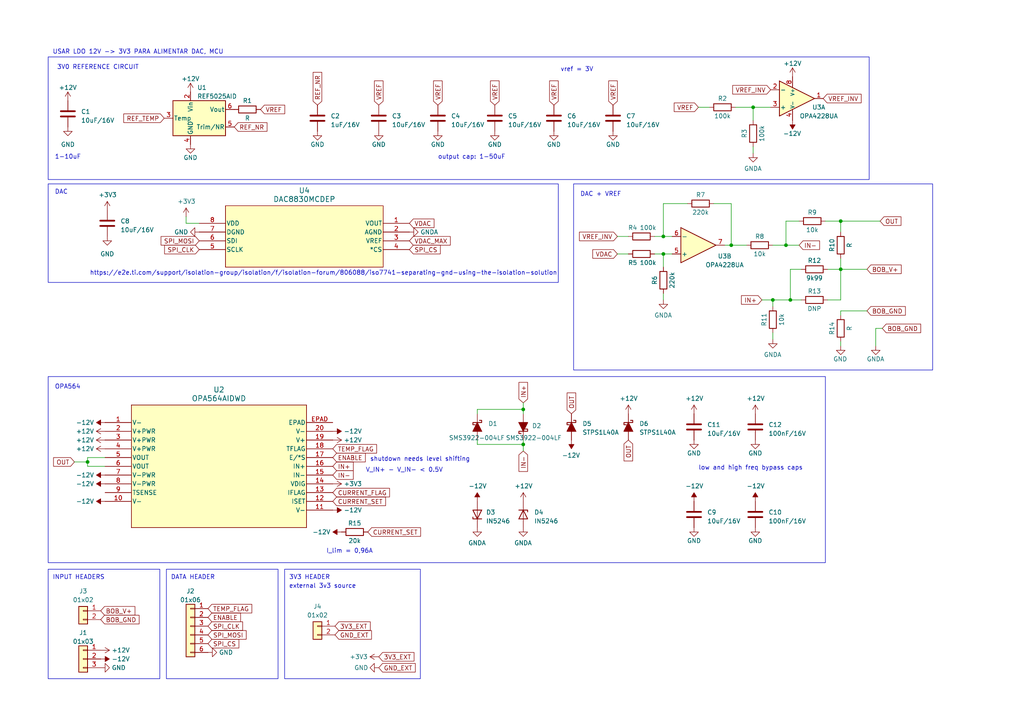
<source format=kicad_sch>
(kicad_sch (version 20230121) (generator eeschema)
  (paper "A4")
  (lib_symbols
    (symbol "00-Project:DAC8830MCDEP" (pin_names (offset 0.254))
      (property "Reference" "U" (at 30.48 10.16 0))
      (property "Value" "DAC8830MCDEP" (at 30.48 7.62 0))
      (symbol "DAC8830MCDEP_0_1"
        (polyline (pts (xy 7.62 -12.7) (xy 53.34 -12.7)) (stroke (width 0.127)))
        (polyline (pts (xy 7.62 5.08) (xy 7.62 -12.7)) (stroke (width 0.127)))
        (polyline (pts (xy 53.34 -12.7) (xy 53.34 5.08)) (stroke (width 0.127)))
        (polyline (pts (xy 53.34 5.08) (xy 7.62 5.08)) (stroke (width 0.127)))
        (pin output line (at 0 0 0) (length 7.62) (name "VOUT") (number "1"))
        (pin power_in line (at 0 -2.54 0) (length 7.62) (name "AGND") (number "2"))
        (pin input line (at 0 -5.08 0) (length 7.62) (name "VREF") (number "3"))
        (pin input line (at 0 -7.62 0) (length 7.62) (name "*CS") (number "4"))
        (pin input line (at 60.96 -7.62 180) (length 7.62) (name "SCLK") (number "5"))
        (pin input line (at 60.96 -5.08 180) (length 7.62) (name "SDI") (number "6"))
        (pin power_in line (at 60.96 -2.54 180) (length 7.62) (name "DGND") (number "7"))
        (pin power_in line (at 60.96 0 180) (length 7.62) (name "VDD") (number "8"))
      )
      (symbol "DAC8830MCDEP_1_1"
        (rectangle (start 7.62 5.08) (end 53.34 -12.7) (fill (type background)))
      )
    )
    (symbol "00-Project:OPA564AIDWD" (pin_names (offset 0.254))
      (property "Reference" "U" (at 33.02 10.16 0))
      (property "Value" "OPA564AIDWD" (at 33.02 7.62 0))
      (symbol "OPA564AIDWD_0_1"
        (polyline (pts (xy 7.62 -30.48) (xy 58.42 -30.48)) (stroke (width 0.127)))
        (polyline (pts (xy 7.62 5.08) (xy 7.62 -30.48)) (stroke (width 0.127)))
        (polyline (pts (xy 58.42 -30.48) (xy 58.42 5.08)) (stroke (width 0.127)))
        (polyline (pts (xy 58.42 5.08) (xy 7.62 5.08)) (stroke (width 0.127)))
        (pin power_in line (at 0 0 0) (length 7.62) (name "V-") (number "1"))
        (pin power_in line (at 0 -22.86 0) (length 7.62) (name "V-") (number "10"))
        (pin power_in line (at 66.04 -25.4 180) (length 7.62) (name "V-") (number "11"))
        (pin unspecified line (at 66.04 -22.86 180) (length 7.62) (name "ISET") (number "12"))
        (pin unspecified line (at 66.04 -20.32 180) (length 7.62) (name "IFLAG") (number "13"))
        (pin unspecified line (at 66.04 -17.78 180) (length 7.62) (name "VDIG") (number "14"))
        (pin input line (at 66.04 -15.24 180) (length 7.62) (name "IN-") (number "15"))
        (pin input line (at 66.04 -12.7 180) (length 7.62) (name "IN+") (number "16"))
        (pin bidirectional line (at 66.04 -10.16 180) (length 7.62) (name "E/*S") (number "17"))
        (pin unspecified line (at 66.04 -7.62 180) (length 7.62) (name "TFLAG") (number "18"))
        (pin power_in line (at 66.04 -5.08 180) (length 7.62) (name "V+") (number "19"))
        (pin power_in line (at 0 -2.54 0) (length 7.62) (name "V+PWR") (number "2"))
        (pin power_in line (at 66.04 -2.54 180) (length 7.62) (name "V-") (number "20"))
        (pin power_in line (at 0 -5.08 0) (length 7.62) (name "V+PWR") (number "3"))
        (pin power_in line (at 0 -7.62 0) (length 7.62) (name "V+PWR") (number "4"))
        (pin output line (at 0 -10.16 0) (length 7.62) (name "VOUT") (number "5"))
        (pin output line (at 0 -12.7 0) (length 7.62) (name "VOUT") (number "6"))
        (pin power_in line (at 0 -15.24 0) (length 7.62) (name "V-PWR") (number "7"))
        (pin power_in line (at 0 -17.78 0) (length 7.62) (name "V-PWR") (number "8"))
        (pin unspecified line (at 0 -20.32 0) (length 7.62) (name "TSENSE") (number "9"))
        (pin unspecified line (at 66.04 0 180) (length 7.62) (name "EPAD") (number "EPAD"))
      )
      (symbol "OPA564AIDWD_1_1"
        (rectangle (start 7.62 5.08) (end 58.42 -30.48) (fill (type background)))
      )
    )
    (symbol "Connector_Generic:Conn_01x02" (pin_names (offset 1.016) hide)
      (property "Reference" "J" (at 0 2.54 0))
      (property "Value" "Conn_01x02" (at 0 -5.08 0))
      (symbol "Conn_01x02_1_1"
        (rectangle (start -1.27 -2.413) (end 0 -2.667) (stroke (width 0.1524)))
        (rectangle (start -1.27 0.127) (end 0 -0.127) (stroke (width 0.1524)))
        (rectangle (start -1.27 1.27) (end 1.27 -3.81) (stroke (width 0.254)) (fill (type background)))
        (pin passive line (at -5.08 0 0) (length 3.81) (name "Pin_1") (number "1"))
        (pin passive line (at -5.08 -2.54 0) (length 3.81) (name "Pin_2") (number "2"))
      )
    )
    (symbol "Connector_Generic:Conn_01x03" (pin_names (offset 1.016) hide)
      (property "Reference" "J" (at 0 5.08 0))
      (property "Value" "Conn_01x03" (at 0 -5.08 0))
      (symbol "Conn_01x03_1_1"
        (rectangle (start -1.27 -2.413) (end 0 -2.667) (stroke (width 0.1524)))
        (rectangle (start -1.27 0.127) (end 0 -0.127) (stroke (width 0.1524)))
        (rectangle (start -1.27 2.667) (end 0 2.413) (stroke (width 0.1524)))
        (rectangle (start -1.27 3.81) (end 1.27 -3.81) (stroke (width 0.254)) (fill (type background)))
        (pin passive line (at -5.08 2.54 0) (length 3.81) (name "Pin_1") (number "1"))
        (pin passive line (at -5.08 0 0) (length 3.81) (name "Pin_2") (number "2"))
        (pin passive line (at -5.08 -2.54 0) (length 3.81) (name "Pin_3") (number "3"))
      )
    )
    (symbol "Connector_Generic:Conn_01x06" (pin_names (offset 1.016) hide)
      (property "Reference" "J" (at 0 7.62 0))
      (property "Value" "Conn_01x06" (at 0 -10.16 0))
      (symbol "Conn_01x06_1_1"
        (rectangle (start -1.27 -7.493) (end 0 -7.747) (stroke (width 0.1524)))
        (rectangle (start -1.27 -4.953) (end 0 -5.207) (stroke (width 0.1524)))
        (rectangle (start -1.27 -2.413) (end 0 -2.667) (stroke (width 0.1524)))
        (rectangle (start -1.27 0.127) (end 0 -0.127) (stroke (width 0.1524)))
        (rectangle (start -1.27 2.667) (end 0 2.413) (stroke (width 0.1524)))
        (rectangle (start -1.27 5.207) (end 0 4.953) (stroke (width 0.1524)))
        (rectangle (start -1.27 6.35) (end 1.27 -8.89) (stroke (width 0.254)) (fill (type background)))
        (pin passive line (at -5.08 5.08 0) (length 3.81) (name "Pin_1") (number "1"))
        (pin passive line (at -5.08 2.54 0) (length 3.81) (name "Pin_2") (number "2"))
        (pin passive line (at -5.08 0 0) (length 3.81) (name "Pin_3") (number "3"))
        (pin passive line (at -5.08 -2.54 0) (length 3.81) (name "Pin_4") (number "4"))
        (pin passive line (at -5.08 -5.08 0) (length 3.81) (name "Pin_5") (number "5"))
        (pin passive line (at -5.08 -7.62 0) (length 3.81) (name "Pin_6") (number "6"))
      )
    )
    (symbol "Device:C" (pin_numbers hide) (pin_names (offset 0.254))
      (property "Reference" "C" (at 0.635 2.54 0))
      (property "Value" "C" (at 0.635 -2.54 0))
      (symbol "C_0_1"
        (polyline (pts (xy -2.032 -0.762) (xy 2.032 -0.762)) (stroke (width 0.508)))
        (polyline (pts (xy -2.032 0.762) (xy 2.032 0.762)) (stroke (width 0.508)))
      )
      (symbol "C_1_1"
        (pin passive line (at 0 3.81 270) (length 2.794) (name "~") (number "1"))
        (pin passive line (at 0 -3.81 90) (length 2.794) (name "~") (number "2"))
      )
    )
    (symbol "Device:D_Zener" (pin_numbers hide) (pin_names (offset 1.016) hide)
      (property "Reference" "D" (at 0 2.54 0))
      (property "Value" "D_Zener" (at 0 -2.54 0))
      (symbol "D_Zener_0_1"
        (polyline (pts (xy 1.27 0) (xy -1.27 0)))
        (polyline (pts (xy -1.27 -1.27) (xy -1.27 1.27) (xy -0.762 1.27)) (stroke (width 0.254)))
        (polyline (pts (xy 1.27 -1.27) (xy 1.27 1.27) (xy -1.27 0) (xy 1.27 -1.27)) (stroke (width 0.254)))
      )
      (symbol "D_Zener_1_1"
        (pin passive line (at -3.81 0 0) (length 2.54) (name "K") (number "1"))
        (pin passive line (at 3.81 0 180) (length 2.54) (name "A") (number "2"))
      )
    )
    (symbol "Device:R" (pin_numbers hide) (pin_names (offset 0))
      (property "Reference" "R" (at 2.032 0 90))
      (property "Value" "R" (at 0 0 90))
      (symbol "R_0_1"
        (rectangle (start -1.016 -2.54) (end 1.016 2.54) (stroke (width 0.254)))
      )
      (symbol "R_1_1"
        (pin passive line (at 0 3.81 270) (length 1.27) (name "~") (number "1"))
        (pin passive line (at 0 -3.81 90) (length 1.27) (name "~") (number "2"))
      )
    )
    (symbol "PCM_4ms_Power-symbol:GNDA" (power) (pin_numbers hide) (pin_names (offset 0) hide)
      (property "Value" "GNDA" (at 0 -3.81 0))
      (symbol "GNDA_0_1"
        (polyline (pts (xy 0 0) (xy 0 -1.27) (xy 1.27 -1.27) (xy 0 -2.54) (xy -1.27 -1.27) (xy 0 -1.27)))
      )
      (symbol "GNDA_1_1"
        (pin power_in line (at 0 0 270) (length 0) hide (name "GNDA") (number "1"))
      )
    )
    (symbol "PCM_Amplifier_Operational_AKL:OPA4228UA" (pin_names (offset 0.2))
      (property "Reference" "U" (at 0 7.62 0))
      (property "Value" "OPA4228UA" (at 0 5.08 0))
      (symbol "OPA4228UA_0_1"
        (polyline (pts (xy -3.81 5.08) (xy -3.81 -5.08) (xy 6.35 0) (xy -3.81 5.08)) (stroke (width 0.254)) (fill (type background)))
      )
      (symbol "OPA4228UA_1_1"
        (pin output line (at 8.89 0 180) (length 2.54) (name "~") (number "1"))
        (pin input line (at -6.35 2.54 0) (length 2.54) (name "-") (number "2"))
        (pin input line (at -6.35 -2.54 0) (length 2.54) (name "+") (number "3"))
        (pin power_in line (at 0 -6.35 90) (length 3.18) (name "V-") (number "4"))
        (pin power_in line (at 0 6.35 270) (length 3.18) (name "V+") (number "8"))
      )
      (symbol "OPA4228UA_2_1"
        (pin input line (at -6.35 -2.54 0) (length 2.54) (name "+") (number "5"))
        (pin input line (at -6.35 2.54 0) (length 2.54) (name "-") (number "6"))
        (pin output line (at 8.89 0 180) (length 2.54) (name "~") (number "7"))
      )
    )
    (symbol "PCM_Diode_Schottky_AKL:SMS390" (pin_numbers hide) (pin_names (offset 1.016) hide)
      (property "Reference" "D" (at 0 5.08 0))
      (property "Value" "SMS390" (at 0 2.54 0))
      (symbol "SMS390_0_1"
        (polyline (pts (xy -1.27 0) (xy 1.27 0)))
        (polyline (pts (xy -1.27 -1.27) (xy -1.27 1.27) (xy 1.27 0) (xy -1.27 -1.27)) (stroke (width 0.254)) (fill (type outline)))
        (polyline (pts (xy 1.905 -0.635) (xy 1.905 -1.27) (xy 1.27 -1.27) (xy 1.27 1.27) (xy 0.635 1.27) (xy 0.635 0.635)) (stroke (width 0.254)))
      )
      (symbol "SMS390_1_1"
        (pin passive line (at 3.81 0 180) (length 2.54) (name "K") (number "1"))
        (pin passive line (at -3.81 0 0) (length 2.54) (name "A") (number "2"))
      )
    )
    (symbol "PCM_Diode_Schottky_AKL:STPS1L40A" (pin_numbers hide) (pin_names (offset 1.016) hide)
      (property "Reference" "D" (at 0 5.08 0))
      (property "Value" "STPS1L40A" (at 0 2.54 0))
      (symbol "STPS1L40A_0_1"
        (polyline (pts (xy -1.27 0) (xy 1.27 0)))
        (polyline (pts (xy -1.27 -1.27) (xy -1.27 1.27) (xy 1.27 0) (xy -1.27 -1.27)) (stroke (width 0.254)) (fill (type outline)))
        (polyline (pts (xy 1.905 -0.635) (xy 1.905 -1.27) (xy 1.27 -1.27) (xy 1.27 1.27) (xy 0.635 1.27) (xy 0.635 0.635)) (stroke (width 0.254)))
      )
      (symbol "STPS1L40A_1_1"
        (pin passive line (at 3.81 0 180) (length 2.54) (name "K") (number "1"))
        (pin passive line (at -3.81 0 0) (length 2.54) (name "A") (number "2"))
      )
    )
    (symbol "Reference_Voltage:REF5025AD" (pin_names (offset 0.254))
      (property "Reference" "U" (at -1.27 8.255 0))
      (property "Value" "REF5025AD" (at -1.27 6.35 0))
      (symbol "REF5025AD_0_1"
        (rectangle (start -7.62 5.08) (end 7.62 -5.08) (stroke (width 0.254)) (fill (type background)))
      )
      (symbol "REF5025AD_1_1"
        (pin no_connect line (at -7.62 2.54 0) (length 2.54) hide (name "DNC") (number "1"))
        (pin power_in line (at -2.54 7.62 270) (length 2.54) (name "Vin") (number "2"))
        (pin passive line (at -10.16 0 0) (length 2.54) (name "Temp") (number "3"))
        (pin power_in line (at -2.54 -7.62 90) (length 2.54) (name "GND") (number "4"))
        (pin passive line (at 10.16 -2.54 180) (length 2.54) (name "Trim/NR") (number "5"))
        (pin power_out line (at 10.16 2.54 180) (length 2.54) (name "Vout") (number "6"))
        (pin no_connect line (at -5.08 -5.08 90) (length 2.54) hide (name "NC") (number "7"))
        (pin no_connect line (at 7.62 0 180) (length 2.54) hide (name "DNC") (number "8"))
      )
    )
    (symbol "power:+12V" (power) (pin_names (offset 0))
      (property "Value" "+12V" (at 0 3.556 0))
      (symbol "+12V_0_1"
        (polyline (pts (xy -0.762 1.27) (xy 0 2.54)))
        (polyline (pts (xy 0 0) (xy 0 2.54)))
        (polyline (pts (xy 0 2.54) (xy 0.762 1.27)))
      )
      (symbol "+12V_1_1"
        (pin power_in line (at 0 0 90) (length 0) hide (name "+12V") (number "1"))
      )
    )
    (symbol "power:+3V3" (power) (pin_names (offset 0))
      (property "Value" "+3V3" (at 0 3.556 0))
      (symbol "+3V3_0_1"
        (polyline (pts (xy -0.762 1.27) (xy 0 2.54)))
        (polyline (pts (xy 0 0) (xy 0 2.54)))
        (polyline (pts (xy 0 2.54) (xy 0.762 1.27)))
      )
      (symbol "+3V3_1_1"
        (pin power_in line (at 0 0 90) (length 0) hide (name "+3V3") (number "1"))
      )
    )
    (symbol "power:-12V" (power) (pin_names (offset 0))
      (property "Value" "-12V" (at 0 3.81 0))
      (symbol "-12V_0_0"
        (pin power_in line (at 0 0 90) (length 0) hide (name "-12V") (number "1"))
      )
      (symbol "-12V_0_1"
        (polyline (pts (xy 0 0) (xy 0 1.27) (xy 0.762 1.27) (xy 0 2.54) (xy -0.762 1.27) (xy 0 1.27)) (fill (type outline)))
      )
    )
    (symbol "power:GND" (power) (pin_names (offset 0))
      (property "Value" "GND" (at 0 -3.81 0))
      (symbol "GND_0_1"
        (polyline (pts (xy 0 0) (xy 0 -1.27) (xy 1.27 -1.27) (xy 0 -2.54) (xy -1.27 -1.27) (xy 0 -1.27)))
      )
      (symbol "GND_1_1"
        (pin power_in line (at 0 0 270) (length 0) hide (name "GND") (number "1"))
      )
    )
  )
  (junction (at 243.84 64.135))
  (junction (at 192.405 73.66))
  (junction (at 218.44 31.115))
  (junction (at 212.09 71.12))
  (junction (at 151.765 118.745))
  (junction (at 25.4 133.985))
  (junction (at 224.155 86.995))
  (junction (at 229.235 86.995))
  (junction (at 151.765 128.905))
  (junction (at 243.84 78.105))
  (junction (at 227.965 71.12))
  (junction (at 192.405 68.58))
  (wire (pts (xy 199.39 59.055) (xy 192.405 59.055)))
  (wire (pts (xy 227.965 71.12) (xy 224.155 71.12)))
  (wire (pts (xy 213.36 31.115) (xy 218.44 31.115)))
  (wire (pts (xy 212.09 71.12) (xy 210.185 71.12)))
  (wire (pts (xy 218.44 34.925) (xy 218.44 31.115)))
  (wire (pts (xy 240.03 78.105) (xy 243.84 78.105)))
  (wire (pts (xy 224.155 96.52) (xy 224.155 98.425)))
  (wire (pts (xy 227.965 71.12) (xy 231.775 71.12)))
  (wire (pts (xy 53.975 64.77) (xy 57.785 64.77)))
  (wire (pts (xy 179.07 68.58) (xy 182.245 68.58)))
  (wire (pts (xy 202.565 31.115) (xy 205.74 31.115)))
  (wire (pts (xy 151.765 118.745) (xy 151.765 120.015)))
  (wire (pts (xy 243.84 100.33) (xy 243.84 99.06)))
  (wire (pts (xy 189.865 68.58) (xy 192.405 68.58)))
  (wire (pts (xy 21.59 133.985) (xy 25.4 133.985)))
  (wire (pts (xy 218.44 31.115) (xy 223.52 31.115)))
  (wire (pts (xy 25.4 133.985) (xy 25.4 132.715)))
  (wire (pts (xy 243.84 64.135) (xy 255.27 64.135)))
  (wire (pts (xy 151.765 130.81) (xy 151.765 128.905)))
  (wire (pts (xy 192.405 68.58) (xy 194.945 68.58)))
  (wire (pts (xy 243.84 78.105) (xy 243.84 86.995)))
  (wire (pts (xy 192.405 77.47) (xy 192.405 73.66)))
  (wire (pts (xy 243.84 67.31) (xy 243.84 64.135)))
  (wire (pts (xy 239.395 64.135) (xy 243.84 64.135)))
  (wire (pts (xy 151.765 128.905) (xy 151.765 127.635)))
  (wire (pts (xy 231.775 64.135) (xy 227.965 64.135)))
  (wire (pts (xy 224.155 86.995) (xy 229.235 86.995)))
  (wire (pts (xy 138.43 128.905) (xy 151.765 128.905)))
  (wire (pts (xy 229.235 78.105) (xy 232.41 78.105)))
  (wire (pts (xy 25.4 135.255) (xy 25.4 133.985)))
  (wire (pts (xy 254 95.25) (xy 254 100.33)))
  (wire (pts (xy 192.405 73.66) (xy 194.945 73.66)))
  (wire (pts (xy 138.43 120.015) (xy 138.43 118.745)))
  (wire (pts (xy 212.09 71.12) (xy 216.535 71.12)))
  (wire (pts (xy 240.03 86.995) (xy 243.84 86.995)))
  (wire (pts (xy 25.4 135.255) (xy 30.48 135.255)))
  (wire (pts (xy 229.235 86.995) (xy 232.41 86.995)))
  (wire (pts (xy 53.975 62.865) (xy 53.975 64.77)))
  (wire (pts (xy 243.84 78.105) (xy 251.46 78.105)))
  (wire (pts (xy 243.84 78.105) (xy 243.84 74.93)))
  (wire (pts (xy 151.765 116.84) (xy 151.765 118.745)))
  (wire (pts (xy 207.01 59.055) (xy 212.09 59.055)))
  (wire (pts (xy 192.405 86.995) (xy 192.405 85.09)))
  (wire (pts (xy 25.4 132.715) (xy 30.48 132.715)))
  (wire (pts (xy 229.235 78.105) (xy 229.235 86.995)))
  (wire (pts (xy 179.07 73.66) (xy 182.245 73.66)))
  (wire (pts (xy 212.09 59.055) (xy 212.09 71.12)))
  (wire (pts (xy 251.46 90.17) (xy 243.84 90.17)))
  (wire (pts (xy 224.155 88.9) (xy 224.155 86.995)))
  (wire (pts (xy 243.84 90.17) (xy 243.84 91.44)))
  (wire (pts (xy 218.44 44.45) (xy 218.44 42.545)))
  (wire (pts (xy 138.43 118.745) (xy 151.765 118.745)))
  (wire (pts (xy 227.965 64.135) (xy 227.965 71.12)))
  (wire (pts (xy 255.905 95.25) (xy 254 95.25)))
  (wire (pts (xy 189.865 73.66) (xy 192.405 73.66)))
  (wire (pts (xy 192.405 59.055) (xy 192.405 68.58)))
  (wire (pts (xy 138.43 127.635) (xy 138.43 128.905)))
  (wire (pts (xy 220.98 86.995) (xy 224.155 86.995)))
  (rectangle (start 13.97 16.51) (end 252.095 52.07))
  (rectangle (start 166.37 53.34) (end 270.51 107.315))
  (rectangle (start 48.26 165.1) (end 80.645 196.85))
  (rectangle (start 13.97 165.1) (end 46.355 196.85))
  (rectangle (start 13.97 53.34) (end 161.925 81.915))
  (rectangle (start 13.97 109.22) (end 239.395 163.195))
  (rectangle (start 82.55 165.1) (end 121.92 196.85))
  (text "shutdown needs level shifting" (at 107.315 133.985 0) (effects (font (size 1.27 1.27)) (justify left bottom)))
  (text "V_IN+ - V_IN- < 0.5V\n" (at 106.045 137.16 0) (effects (font (size 1.27 1.27)) (justify left bottom)))
  (text "3V3 HEADER" (at 83.82 168.275 0) (effects (font (size 1.27 1.27)) (justify left bottom)))
  (text "DAC + VREF" (at 168.275 57.15 0) (effects (font (size 1.27 1.27)) (justify left bottom)))
  (text "1-10uF" (at 15.875 46.355 0) (effects (font (size 1.27 1.27)) (justify left bottom)))
  (text "USAR LDO 12V -> 3V3 PARA ALIMENTAR DAC, MCU" (at 15.24 15.875 0) (effects (font (size 1.27 1.27)) (justify left bottom)))
  (text "INPUT HEADERS" (at 15.24 168.275 0) (effects (font (size 1.27 1.27)) (justify left bottom)))
  (text "OPA564" (at 15.875 113.03 0) (effects (font (size 1.27 1.27)) (justify left bottom)))
  (text "vref = 3V" (at 162.56 20.955 0) (effects (font (size 1.27 1.27)) (justify left bottom)))
  (text "I_lim = 0,96A" (at 94.615 160.655 0) (effects (font (size 1.27 1.27)) (justify left bottom)))
  (text "DAC" (at 15.875 56.515 0) (effects (font (size 1.27 1.27)) (justify left bottom)))
  (text "output cap: 1-50uF" (at 127 46.355 0) (effects (font (size 1.27 1.27)) (justify left bottom)))
  (text "DATA HEADER" (at 49.53 168.275 0) (effects (font (size 1.27 1.27)) (justify left bottom)))
  (text "low and high freq bypass caps" (at 202.565 136.525 0) (effects (font (size 1.27 1.27)) (justify left bottom)))
  (text "external 3v3 source" (at 83.82 170.815 0) (effects (font (size 1.27 1.27)) (justify left bottom)))
  (text "3V0 REFERENCE CIRCUIT" (at 16.51 20.32 0) (effects (font (size 1.27 1.27)) (justify left bottom)))
  (text "https://e2e.ti.com/support/isolation-group/isolation/f/isolation-forum/806088/iso7741-separating-gnd-using-the-isolation-solution" (at 26.035 80.01 0) (effects (font (size 1.27 1.27)) (justify left bottom)))
  (global_label "OUT" (shape input) (at 255.27 64.135 0) (property "Intersheetrefs" "${INTERSHEET_REFS}" (effects hide)))
  (global_label "REF_NR" (shape input) (at 67.945 36.83 0) (property "Intersheetrefs" "${INTERSHEET_REFS}" (effects hide)))
  (global_label "SPI_MOSI" (shape input) (at 57.785 69.85 180) (property "Intersheetrefs" "${INTERSHEET_REFS}" (effects hide)))
  (global_label "REF_TEMP" (shape input) (at 47.625 34.29 180) (property "Intersheetrefs" "${INTERSHEET_REFS}" (effects hide)))
  (global_label "GND_EXT" (shape input) (at 97.155 184.15 0) (property "Intersheetrefs" "${INTERSHEET_REFS}" (effects hide)))
  (global_label "BOB_GND" (shape input) (at 255.905 95.25 0) (property "Intersheetrefs" "${INTERSHEET_REFS}" (effects hide)))
  (global_label "ENABLE" (shape input) (at 96.52 132.715 0) (property "Intersheetrefs" "${INTERSHEET_REFS}" (effects hide)))
  (global_label "REF_NR" (shape input) (at 92.075 30.48 90) (property "Intersheetrefs" "${INTERSHEET_REFS}" (effects hide)))
  (global_label "BOB_V+" (shape input) (at 251.46 78.105 0) (property "Intersheetrefs" "${INTERSHEET_REFS}" (effects hide)))
  (global_label "SPI_CLK" (shape input) (at 60.325 181.61 0) (property "Intersheetrefs" "${INTERSHEET_REFS}" (effects hide)))
  (global_label "CURRENT_SET" (shape input) (at 106.68 154.305 0) (property "Intersheetrefs" "${INTERSHEET_REFS}" (effects hide)))
  (global_label "TEMP_FLAG" (shape input) (at 96.52 130.175 0) (property "Intersheetrefs" "${INTERSHEET_REFS}" (effects hide)))
  (global_label "CURRENT_FLAG" (shape input) (at 96.52 142.875 0) (property "Intersheetrefs" "${INTERSHEET_REFS}" (effects hide)))
  (global_label "VREF" (shape input) (at 202.565 31.115 180) (property "Intersheetrefs" "${INTERSHEET_REFS}" (effects hide)))
  (global_label "3V3_EXT" (shape input) (at 97.155 181.61 0) (property "Intersheetrefs" "${INTERSHEET_REFS}" (effects hide)))
  (global_label "VREF_INV" (shape input) (at 238.76 28.575 0) (property "Intersheetrefs" "${INTERSHEET_REFS}" (effects hide)))
  (global_label "3V3_EXT" (shape input) (at 109.855 190.5 0) (property "Intersheetrefs" "${INTERSHEET_REFS}" (effects hide)))
  (global_label "IN-" (shape input) (at 151.765 130.81 270) (property "Intersheetrefs" "${INTERSHEET_REFS}" (effects hide)))
  (global_label "VREF" (shape input) (at 127 30.48 90) (property "Intersheetrefs" "${INTERSHEET_REFS}" (effects hide)))
  (global_label "OUT" (shape input) (at 165.735 120.015 90) (property "Intersheetrefs" "${INTERSHEET_REFS}" (effects hide)))
  (global_label "VREF" (shape input) (at 75.565 31.75 0) (property "Intersheetrefs" "${INTERSHEET_REFS}" (effects hide)))
  (global_label "BOB_GND" (shape input) (at 251.46 90.17 0) (property "Intersheetrefs" "${INTERSHEET_REFS}" (effects hide)))
  (global_label "VREF" (shape input) (at 109.855 30.48 90) (property "Intersheetrefs" "${INTERSHEET_REFS}" (effects hide)))
  (global_label "IN-" (shape input) (at 96.52 137.795 0) (property "Intersheetrefs" "${INTERSHEET_REFS}" (effects hide)))
  (global_label "IN+" (shape input) (at 151.765 116.84 90) (property "Intersheetrefs" "${INTERSHEET_REFS}" (effects hide)))
  (global_label "CURRENT_SET" (shape input) (at 96.52 145.415 0) (property "Intersheetrefs" "${INTERSHEET_REFS}" (effects hide)))
  (global_label "ENABLE" (shape input) (at 60.325 179.07 0) (property "Intersheetrefs" "${INTERSHEET_REFS}" (effects hide)))
  (global_label "VREF" (shape input) (at 160.655 30.48 90) (property "Intersheetrefs" "${INTERSHEET_REFS}" (effects hide)))
  (global_label "VREF" (shape input) (at 143.51 30.48 90) (property "Intersheetrefs" "${INTERSHEET_REFS}" (effects hide)))
  (global_label "OUT" (shape input) (at 21.59 133.985 180) (property "Intersheetrefs" "${INTERSHEET_REFS}" (effects hide)))
  (global_label "SPI_CS" (shape input) (at 60.325 186.69 0) (property "Intersheetrefs" "${INTERSHEET_REFS}" (effects hide)))
  (global_label "VREF_INV" (shape input) (at 179.07 68.58 180) (property "Intersheetrefs" "${INTERSHEET_REFS}" (effects hide)))
  (global_label "SPI_CS" (shape input) (at 118.745 72.39 0) (property "Intersheetrefs" "${INTERSHEET_REFS}" (effects hide)))
  (global_label "GND_EXT" (shape input) (at 109.855 193.675 0) (property "Intersheetrefs" "${INTERSHEET_REFS}" (effects hide)))
  (global_label "VREF_INV" (shape input) (at 223.52 26.035 180) (property "Intersheetrefs" "${INTERSHEET_REFS}" (effects hide)))
  (global_label "IN+" (shape input) (at 220.98 86.995 180) (property "Intersheetrefs" "${INTERSHEET_REFS}" (effects hide)))
  (global_label "IN+" (shape input) (at 96.52 135.255 0) (property "Intersheetrefs" "${INTERSHEET_REFS}" (effects hide)))
  (global_label "VDAC_MAX" (shape input) (at 118.745 69.85 0) (property "Intersheetrefs" "${INTERSHEET_REFS}" (effects hide)))
  (global_label "TEMP_FLAG" (shape input) (at 60.325 176.53 0) (property "Intersheetrefs" "${INTERSHEET_REFS}" (effects hide)))
  (global_label "IN-" (shape input) (at 231.775 71.12 0) (property "Intersheetrefs" "${INTERSHEET_REFS}" (effects hide)))
  (global_label "VDAC" (shape input) (at 179.07 73.66 180) (property "Intersheetrefs" "${INTERSHEET_REFS}" (effects hide)))
  (global_label "BOB_GND" (shape input) (at 29.21 179.705 0) (property "Intersheetrefs" "${INTERSHEET_REFS}" (effects hide)))
  (global_label "SPI_CLK" (shape input) (at 57.785 72.39 180) (property "Intersheetrefs" "${INTERSHEET_REFS}" (effects hide)))
  (global_label "OUT" (shape input) (at 182.245 127.635 270) (property "Intersheetrefs" "${INTERSHEET_REFS}" (effects hide)))
  (global_label "SPI_MOSI" (shape input) (at 60.325 184.15 0) (property "Intersheetrefs" "${INTERSHEET_REFS}" (effects hide)))
  (global_label "VDAC" (shape input) (at 118.745 64.77 0) (property "Intersheetrefs" "${INTERSHEET_REFS}" (effects hide)))
  (global_label "BOB_V+" (shape input) (at 29.21 177.165 0) (property "Intersheetrefs" "${INTERSHEET_REFS}" (effects hide)))
  (global_label "VREF" (shape input) (at 177.8 30.48 90) (property "Intersheetrefs" "${INTERSHEET_REFS}" (effects hide)))
  (symbol (lib_id "power:GND") (at 55.245 41.91 0) (unit 1)
    (property "Reference" "#PWR04" (effects hide))
    (property "Value" "GND" (at 55.245 45.72 0))
  )
  (symbol (lib_id "Device:C") (at 127 34.29 0) (unit 1)
    (property "Reference" "C4" (at 130.81 33.655 0) (effects (justify left)))
    (property "Value" "10uF/16V" (at 130.81 36.195 0) (effects (justify left)))
  )
  (symbol (lib_id "power:-12V") (at 99.06 154.305 90) (unit 1)
    (property "Reference" "#PWR039" (effects hide))
    (property "Value" "-12V" (at 95.885 154.305 90) (effects (justify left)))
  )
  (symbol (lib_id "power:-12V") (at 30.48 137.795 90) (unit 1)
    (property "Reference" "#PWR034" (effects hide))
    (property "Value" "-12V" (at 27.305 137.795 90) (effects (justify left)))
  )
  (symbol (lib_id "Device:C") (at 143.51 34.29 0) (unit 1)
    (property "Reference" "C5" (at 147.32 33.655 0) (effects (justify left)))
    (property "Value" "10uF/16V" (at 147.32 36.195 0) (effects (justify left)))
  )
  (symbol (lib_id "Device:R") (at 243.84 71.12 180) (unit 1)
    (property "Reference" "R10" (at 241.3 71.12 90))
    (property "Value" "R" (at 246.38 71.12 90))
  )
  (symbol (lib_id "Device:C") (at 177.8 34.29 0) (unit 1)
    (property "Reference" "C7" (at 181.61 33.655 0) (effects (justify left)))
    (property "Value" "10uF/16V" (at 181.61 36.195 0) (effects (justify left)))
  )
  (symbol (lib_id "power:GND") (at 60.325 189.23 90) (unit 1)
    (property "Reference" "#PWR016" (effects hide))
    (property "Value" "GND" (at 63.5 189.23 90) (effects (justify right)))
  )
  (symbol (lib_id "Device:R") (at 71.755 31.75 90) (unit 1)
    (property "Reference" "R1" (at 71.755 29.21 90))
    (property "Value" "R" (at 71.755 34.29 90))
  )
  (symbol (lib_id "PCM_4ms_Power-symbol:GNDA") (at 118.745 67.31 90) (unit 1)
    (property "Reference" "#PWR023" (effects hide))
    (property "Value" "GNDA" (at 121.92 67.31 90) (effects (justify right)))
  )
  (symbol (lib_id "Device:R") (at 243.84 95.25 180) (unit 1)
    (property "Reference" "R14" (at 241.3 95.25 90))
    (property "Value" "R" (at 246.38 95.25 90))
  )
  (symbol (lib_id "power:+12V") (at 30.48 127.635 90) (unit 1)
    (property "Reference" "#PWR036" (effects hide))
    (property "Value" "+12V" (at 27.305 127.635 90) (effects (justify left)))
  )
  (symbol (lib_id "power:GND") (at 127 38.1 0) (unit 1)
    (property "Reference" "#PWR09" (effects hide))
    (property "Value" "GND" (at 127 41.91 0))
  )
  (symbol (lib_id "power:-12V") (at 30.48 145.415 90) (unit 1)
    (property "Reference" "#PWR033" (effects hide))
    (property "Value" "-12V" (at 27.305 145.415 90) (effects (justify left)))
  )
  (symbol (lib_id "power:+12V") (at 229.87 22.225 0) (unit 1)
    (property "Reference" "#PWR017" (effects hide))
    (property "Value" "+12V" (at 229.87 18.415 0))
  )
  (symbol (lib_id "Device:R") (at 236.22 86.995 90) (unit 1)
    (property "Reference" "R13" (at 236.22 84.455 90))
    (property "Value" "DNP" (at 236.22 89.535 90))
  )
  (symbol (lib_id "power:+12V") (at 182.245 120.015 0) (unit 1)
    (property "Reference" "#PWR045" (effects hide))
    (property "Value" "+12V" (at 179.705 115.57 0) (effects (justify left)))
  )
  (symbol (lib_id "Connector_Generic:Conn_01x02") (at 24.13 177.165 0) (mirror y) (unit 1)
    (property "Reference" "J3" (at 24.13 171.45 0))
    (property "Value" "01x02" (at 24.13 173.99 0))
    (property "Footprint" "Connector_PinHeader_2.54mm:PinHeader_1x02_P2.54mm_Vertical" (effects hide))
  )
  (symbol (lib_id "Device:R") (at 220.345 71.12 90) (unit 1)
    (property "Reference" "R8" (at 220.345 68.58 90))
    (property "Value" "10k" (at 220.345 73.66 90))
  )
  (symbol (lib_id "power:GND") (at 143.51 38.1 0) (unit 1)
    (property "Reference" "#PWR011" (effects hide))
    (property "Value" "GND" (at 143.51 41.91 0))
  )
  (symbol (lib_id "power:GND") (at 219.075 127.635 0) (unit 1)
    (property "Reference" "#PWR049" (effects hide))
    (property "Value" "GND" (at 219.075 131.445 0))
  )
  (symbol (lib_id "power:GND") (at 177.8 38.1 0) (unit 1)
    (property "Reference" "#PWR015" (effects hide))
    (property "Value" "GND" (at 177.8 41.91 0))
  )
  (symbol (lib_id "power:-12V") (at 30.48 122.555 90) (unit 1)
    (property "Reference" "#PWR032" (effects hide))
    (property "Value" "-12V" (at 27.305 122.555 90) (effects (justify left)))
  )
  (symbol (lib_id "Device:C") (at 219.075 123.825 0) (unit 1)
    (property "Reference" "C12" (at 222.885 123.19 0) (effects (justify left)))
    (property "Value" "100nF/16V" (at 222.885 125.73 0) (effects (justify left)))
  )
  (symbol (lib_id "PCM_4ms_Power-symbol:GNDA") (at 218.44 44.45 0) (unit 1)
    (property "Reference" "#PWR012" (effects hide))
    (property "Value" "GNDA" (at 220.98 48.895 0) (effects (justify right)))
  )
  (symbol (lib_id "power:+12V") (at 219.075 120.015 0) (unit 1)
    (property "Reference" "#PWR052" (effects hide))
    (property "Value" "+12V" (at 216.535 115.57 0) (effects (justify left)))
  )
  (symbol (lib_id "power:GND") (at 19.685 36.83 0) (unit 1)
    (property "Reference" "#PWR03" (effects hide))
    (property "Value" "GND" (at 19.685 41.91 0))
  )
  (symbol (lib_id "00-Project:DAC8830MCDEP") (at 118.745 64.77 0) (mirror y) (unit 1)
    (property "Reference" "U4" (at 88.265 55.245 0) (effects (font (size 1.524 1.524))))
    (property "Value" "DAC8830MCDEP" (at 88.265 57.785 0) (effects (font (size 1.524 1.524))))
    (property "Footprint" "D8" (effects hide))
    (property "Datasheet" "https://www.ti.com/lit/ds/symlink/dac8831-ep.pdf?ts=1709603813077&ref_url=https%253A%252F%252Fbr.mouser.com%252F" (effects hide))
  )
  (symbol (lib_id "power:+12V") (at 30.48 125.095 90) (unit 1)
    (property "Reference" "#PWR029" (effects hide))
    (property "Value" "+12V" (at 27.305 125.095 90) (effects (justify left)))
  )
  (symbol (lib_id "PCM_Diode_Schottky_AKL:STPS1L40A") (at 165.735 123.825 90) (unit 1)
    (property "Reference" "D5" (at 168.91 122.8725 90) (effects (justify right)))
    (property "Value" "STPS1L40A" (at 168.91 125.4125 90) (effects (justify right)))
    (property "Footprint" "Diode_SMD_AKL:D_SMA" (effects hide))
    (property "Datasheet" "https://www.tme.eu/Document/0a375e1d31026ae29fea7ed45cc02a91/STPS1L40A.pdf" (effects hide))
  )
  (symbol (lib_id "PCM_Amplifier_Operational_AKL:OPA4228UA") (at 201.295 71.12 0) (unit 2)
    (property "Reference" "U3" (at 210.185 74.295 0))
    (property "Value" "OPA4228UA" (at 210.185 76.835 0))
    (property "Footprint" "Package_SO_AKL:SOIC-14_3.9x8.7mm_P1.27mm" (effects hide))
    (property "Datasheet" "https://www.ti.com/lit/ds/symlink/opa2227.pdf?ts=1634999940353&ref_url=https%253A%252F%252Fwww.google.com%252F" (effects hide))
  )
  (symbol (lib_id "power:-12V") (at 165.735 127.635 180) (unit 1)
    (property "Reference" "#PWR044" (effects hide))
    (property "Value" "-12V" (at 168.275 132.08 0) (effects (justify left)))
  )
  (symbol (lib_id "Device:R") (at 218.44 38.735 180) (unit 1)
    (property "Reference" "R3" (at 215.9 38.735 90))
    (property "Value" "100k" (at 220.98 38.735 90))
  )
  (symbol (lib_id "Device:R") (at 186.055 73.66 90) (unit 1)
    (property "Reference" "R5" (at 183.515 76.2 90))
    (property "Value" "100k" (at 187.96 76.2 90))
  )
  (symbol (lib_id "power:-12V") (at 201.295 145.415 0) (unit 1)
    (property "Reference" "#PWR053" (effects hide))
    (property "Value" "-12V" (at 198.755 140.97 0) (effects (justify left)))
  )
  (symbol (lib_id "PCM_Diode_Schottky_AKL:SMS390") (at 151.765 123.825 270) (unit 1)
    (property "Reference" "D2" (at 154.305 123.5075 90) (effects (justify left)))
    (property "Value" "SMS3922-004LF" (at 146.685 127 90) (effects (justify left)))
    (property "Footprint" "Diode_SMD_AKL:D_MELF" (effects hide))
    (property "Datasheet" "https://www.tme.eu/Document/8a2a5e63a1163d14dc8941527b40619a/sms320.pdf" (effects hide))
  )
  (symbol (lib_id "PCM_Diode_Schottky_AKL:STPS1L40A") (at 182.245 123.825 90) (unit 1)
    (property "Reference" "D6" (at 185.42 122.8725 90) (effects (justify right)))
    (property "Value" "STPS1L40A" (at 185.42 125.4125 90) (effects (justify right)))
    (property "Footprint" "Diode_SMD_AKL:D_SMA" (effects hide))
    (property "Datasheet" "https://www.tme.eu/Document/0a375e1d31026ae29fea7ed45cc02a91/STPS1L40A.pdf" (effects hide))
  )
  (symbol (lib_id "00-Project:OPA564AIDWD") (at 30.48 122.555 0) (unit 1)
    (property "Reference" "U2" (at 63.5 113.03 0) (effects (font (size 1.524 1.524))))
    (property "Value" "OPA564AIDWD" (at 63.5 115.57 0) (effects (font (size 1.524 1.524))))
    (property "Footprint" "DWD20_4P62X3P56" (effects hide))
    (property "Datasheet" "https://www.ti.com/lit/ds/symlink/opa564.pdf?ts=1709606197437&ref_url=https%253A%252F%252Fbr.mouser.com%252F" (effects hide))
  )
  (symbol (lib_id "PCM_4ms_Power-symbol:GNDA") (at 224.155 98.425 0) (unit 1)
    (property "Reference" "#PWR025" (effects hide))
    (property "Value" "GNDA" (at 226.695 102.87 0) (effects (justify right)))
  )
  (symbol (lib_id "power:+12V") (at 96.52 127.635 270) (unit 1)
    (property "Reference" "#PWR028" (effects hide))
    (property "Value" "+12V" (at 99.695 127.635 90) (effects (justify left)))
  )
  (symbol (lib_id "Device:C") (at 201.295 123.825 0) (unit 1)
    (property "Reference" "C11" (at 205.105 123.19 0) (effects (justify left)))
    (property "Value" "10uF/16V" (at 205.105 125.73 0) (effects (justify left)))
  )
  (symbol (lib_id "Device:D_Zener") (at 138.43 149.225 90) (unit 1)
    (property "Reference" "D3" (at 140.97 148.59 90) (effects (justify right)))
    (property "Value" "IN5246" (at 140.97 151.13 90) (effects (justify right)))
  )
  (symbol (lib_id "Device:C") (at 19.685 33.02 0) (unit 1)
    (property "Reference" "C1" (at 23.495 32.385 0) (effects (justify left)))
    (property "Value" "10uF/16V" (at 23.495 34.925 0) (effects (justify left)))
  )
  (symbol (lib_id "power:+12V") (at 151.765 145.415 0) (unit 1)
    (property "Reference" "#PWR042" (effects hide))
    (property "Value" "+12V" (at 149.225 140.97 0) (effects (justify left)))
  )
  (symbol (lib_id "Device:R") (at 203.2 59.055 90) (unit 1)
    (property "Reference" "R7" (at 203.2 56.515 90))
    (property "Value" "220k" (at 203.2 61.595 90))
  )
  (symbol (lib_id "PCM_4ms_Power-symbol:GNDA") (at 138.43 153.035 0) (unit 1)
    (property "Reference" "#PWR041" (effects hide))
    (property "Value" "GNDA" (at 140.97 157.48 0) (effects (justify right)))
  )
  (symbol (lib_id "PCM_4ms_Power-symbol:GNDA") (at 254 100.33 0) (unit 1)
    (property "Reference" "#PWR054" (effects hide))
    (property "Value" "GNDA" (at 256.54 104.14 0) (effects (justify right)))
  )
  (symbol (lib_id "Device:R") (at 236.22 78.105 90) (unit 1)
    (property "Reference" "R12" (at 236.22 75.565 90))
    (property "Value" "9k99" (at 236.22 80.645 90))
  )
  (symbol (lib_id "power:+3V3") (at 96.52 140.335 270) (unit 1)
    (property "Reference" "#PWR038" (effects hide))
    (property "Value" "+3V3" (at 99.695 140.335 90) (effects (justify left)))
  )
  (symbol (lib_id "power:GND") (at 29.21 193.675 90) (unit 1)
    (property "Reference" "#PWR08" (effects hide))
    (property "Value" "GND" (at 32.385 193.675 90) (effects (justify right)))
  )
  (symbol (lib_id "power:-12V") (at 96.52 125.095 270) (unit 1)
    (property "Reference" "#PWR030" (effects hide))
    (property "Value" "-12V" (at 99.695 125.095 90) (effects (justify left)))
  )
  (symbol (lib_id "power:-12V") (at 219.075 145.415 0) (unit 1)
    (property "Reference" "#PWR050" (effects hide))
    (property "Value" "-12V" (at 216.535 140.97 0) (effects (justify left)))
  )
  (symbol (lib_id "Device:R") (at 235.585 64.135 90) (unit 1)
    (property "Reference" "R9" (at 235.585 61.595 90))
    (property "Value" "10k" (at 235.585 66.675 90))
  )
  (symbol (lib_id "Device:R") (at 102.87 154.305 90) (unit 1)
    (property "Reference" "R15" (at 102.87 151.765 90))
    (property "Value" "20k" (at 102.87 156.845 90))
  )
  (symbol (lib_id "Device:C") (at 109.855 34.29 0) (unit 1)
    (property "Reference" "C3" (at 113.665 33.655 0) (effects (justify left)))
    (property "Value" "10uF/16V" (at 113.665 36.195 0) (effects (justify left)))
  )
  (symbol (lib_id "power:GND") (at 201.295 127.635 0) (unit 1)
    (property "Reference" "#PWR048" (effects hide))
    (property "Value" "GND" (at 201.295 131.445 0))
  )
  (symbol (lib_id "Device:C") (at 201.295 149.225 0) (unit 1)
    (property "Reference" "C9" (at 205.105 148.59 0) (effects (justify left)))
    (property "Value" "10uF/16V" (at 205.105 151.13 0) (effects (justify left)))
  )
  (symbol (lib_id "power:-12V") (at 30.48 140.335 90) (unit 1)
    (property "Reference" "#PWR035" (effects hide))
    (property "Value" "-12V" (at 27.305 140.335 90) (effects (justify left)))
  )
  (symbol (lib_id "power:GND") (at 31.115 68.58 0) (unit 1)
    (property "Reference" "#PWR020" (effects hide))
    (property "Value" "GND" (at 31.115 73.66 0))
  )
  (symbol (lib_id "Device:C") (at 219.075 149.225 0) (unit 1)
    (property "Reference" "C10" (at 222.885 148.59 0) (effects (justify left)))
    (property "Value" "100nF/16V" (at 222.885 151.13 0) (effects (justify left)))
  )
  (symbol (lib_id "Device:R") (at 224.155 92.71 180) (unit 1)
    (property "Reference" "R11" (at 221.615 92.71 90))
    (property "Value" "10k" (at 226.695 92.71 90))
  )
  (symbol (lib_id "Device:D_Zener") (at 151.765 149.225 270) (unit 1)
    (property "Reference" "D4" (at 154.94 148.59 90) (effects (justify left)))
    (property "Value" "IN5246" (at 154.94 151.13 90) (effects (justify left)))
  )
  (symbol (lib_id "power:GND") (at 219.075 153.035 0) (unit 1)
    (property "Reference" "#PWR047" (effects hide))
    (property "Value" "GND" (at 219.075 156.845 0))
  )
  (symbol (lib_id "power:GND") (at 243.84 100.33 0) (unit 1)
    (property "Reference" "#PWR026" (effects hide))
    (property "Value" "GND" (at 245.745 104.14 0) (effects (justify right)))
  )
  (symbol (lib_id "power:+12V") (at 29.21 188.595 270) (unit 1)
    (property "Reference" "#PWR06" (effects hide))
    (property "Value" "+12V" (at 32.385 188.595 90) (effects (justify left)))
  )
  (symbol (lib_id "Device:R") (at 186.055 68.58 90) (unit 1)
    (property "Reference" "R4" (at 183.515 66.04 90))
    (property "Value" "100k" (at 187.96 66.04 90))
  )
  (symbol (lib_id "power:-12V") (at 96.52 147.955 270) (unit 1)
    (property "Reference" "#PWR031" (effects hide))
    (property "Value" "-12V" (at 99.695 147.955 90) (effects (justify left)))
  )
  (symbol (lib_id "PCM_Diode_Schottky_AKL:SMS390") (at 138.43 123.825 90) (unit 1)
    (property "Reference" "D1" (at 141.605 122.8725 90) (effects (justify right)))
    (property "Value" "SMS3922-004LF" (at 130.175 127 90) (effects (justify right)))
    (property "Footprint" "Diode_SMD_AKL:D_MELF" (effects hide))
    (property "Datasheet" "https://www.tme.eu/Document/8a2a5e63a1163d14dc8941527b40619a/sms320.pdf" (effects hide))
  )
  (symbol (lib_id "power:+3V3") (at 31.115 60.96 0) (unit 1)
    (property "Reference" "#PWR021" (effects hide))
    (property "Value" "+3V3" (at 28.575 56.515 0) (effects (justify left)))
  )
  (symbol (lib_id "power:+3V3") (at 109.855 190.5 90) (unit 1)
    (property "Reference" "#PWR024" (effects hide))
    (property "Value" "+3V3" (at 106.68 190.5 90) (effects (justify left)))
  )
  (symbol (lib_id "power:-12V") (at 29.21 191.135 270) (unit 1)
    (property "Reference" "#PWR010" (effects hide))
    (property "Value" "-12V" (at 32.385 191.135 90) (effects (justify left)))
  )
  (symbol (lib_id "power:-12V") (at 138.43 145.415 0) (unit 1)
    (property "Reference" "#PWR040" (effects hide))
    (property "Value" "-12V" (at 135.89 140.97 0) (effects (justify left)))
  )
  (symbol (lib_id "power:GND") (at 109.855 38.1 0) (unit 1)
    (property "Reference" "#PWR07" (effects hide))
    (property "Value" "GND" (at 109.855 41.91 0))
  )
  (symbol (lib_id "power:+12V") (at 19.685 29.21 0) (unit 1)
    (property "Reference" "#PWR02" (effects hide))
    (property "Value" "+12V" (at 19.685 25.4 0))
  )
  (symbol (lib_id "Connector_Generic:Conn_01x03") (at 24.13 191.135 0) (mirror y) (unit 1)
    (property "Reference" "J1" (at 24.13 183.515 0))
    (property "Value" "01x03" (at 24.13 186.055 0))
    (property "Footprint" "Connector_PinHeader_2.54mm:PinHeader_1x03_P2.54mm_Vertical" (effects hide))
  )
  (symbol (lib_id "Device:R") (at 209.55 31.115 90) (unit 1)
    (property "Reference" "R2" (at 209.55 28.575 90))
    (property "Value" "100k" (at 209.55 33.655 90))
  )
  (symbol (lib_id "power:GND") (at 160.655 38.1 0) (unit 1)
    (property "Reference" "#PWR013" (effects hide))
    (property "Value" "GND" (at 160.655 41.91 0))
  )
  (symbol (lib_id "power:GND") (at 92.075 38.1 0) (unit 1)
    (property "Reference" "#PWR05" (effects hide))
    (property "Value" "GND" (at 92.075 41.91 0))
  )
  (symbol (lib_id "power:+12V") (at 201.295 120.015 0) (unit 1)
    (property "Reference" "#PWR051" (effects hide))
    (property "Value" "+12V" (at 198.755 115.57 0) (effects (justify left)))
  )
  (symbol (lib_id "Device:C") (at 160.655 34.29 0) (unit 1)
    (property "Reference" "C6" (at 164.465 33.655 0) (effects (justify left)))
    (property "Value" "10uF/16V" (at 164.465 36.195 0) (effects (justify left)))
  )
  (symbol (lib_id "power:+3V3") (at 53.975 62.865 0) (unit 1)
    (property "Reference" "#PWR019" (effects hide))
    (property "Value" "+3V3" (at 51.435 58.42 0) (effects (justify left)))
  )
  (symbol (lib_id "power:+12V") (at 30.48 130.175 90) (unit 1)
    (property "Reference" "#PWR037" (effects hide))
    (property "Value" "+12V" (at 27.305 130.175 90) (effects (justify left)))
  )
  (symbol (lib_id "power:GND") (at 57.785 67.31 270) (unit 1)
    (property "Reference" "#PWR022" (effects hide))
    (property "Value" "GND" (at 54.61 67.31 90) (effects (justify right)))
  )
  (symbol (lib_id "Device:C") (at 31.115 64.77 0) (unit 1)
    (property "Reference" "C8" (at 34.925 64.135 0) (effects (justify left)))
    (property "Value" "10uF/16V" (at 34.925 66.675 0) (effects (justify left)))
  )
  (symbol (lib_id "Device:C") (at 92.075 34.29 0) (unit 1)
    (property "Reference" "C2" (at 95.885 33.655 0) (effects (justify left)))
    (property "Value" "1uF/16V" (at 95.885 36.195 0) (effects (justify left)))
  )
  (symbol (lib_id "Connector_Generic:Conn_01x02") (at 92.075 181.61 0) (mirror y) (unit 1)
    (property "Reference" "J4" (at 92.075 175.895 0))
    (property "Value" "01x02" (at 92.075 178.435 0))
    (property "Footprint" "Connector_PinHeader_2.54mm:PinHeader_1x02_P2.54mm_Vertical" (effects hide))
  )
  (symbol (lib_id "Connector_Generic:Conn_01x06") (at 55.245 181.61 0) (mirror y) (unit 1)
    (property "Reference" "J2" (at 55.245 171.45 0))
    (property "Value" "01x06" (at 55.245 173.99 0))
    (property "Footprint" "Connector_PinHeader_2.54mm:PinHeader_1x04_P2.54mm_Vertical" (effects hide))
  )
  (symbol (lib_id "Reference_Voltage:REF5025AD") (at 57.785 34.29 0) (unit 1)
    (property "Reference" "U1" (at 57.2009 25.4 0) (effects (justify left)))
    (property "Value" "REF5025AID" (at 57.2009 27.94 0) (effects (justify left)))
    (property "Footprint" "Package_SO:SOIC-8_3.9x4.9mm_P1.27mm" (effects hide))
    (property "Datasheet" "http://www.ti.com/lit/ds/symlink/ref5030.pdf" (effects hide))
  )
  (symbol (lib_id "PCM_Amplifier_Operational_AKL:OPA4228UA") (at 229.87 28.575 0) (unit 1)
    (property "Reference" "U3" (at 237.49 31.115 0))
    (property "Value" "OPA4228UA" (at 237.49 33.655 0))
    (property "Footprint" "Package_SO_AKL:SOIC-14_3.9x8.7mm_P1.27mm" (effects hide))
    (property "Datasheet" "https://www.ti.com/lit/ds/symlink/opa2227.pdf?ts=1634999940353&ref_url=https%253A%252F%252Fwww.google.com%252F" (effects hide))
  )
  (symbol (lib_id "Device:R") (at 192.405 81.28 180) (unit 1)
    (property "Reference" "R6" (at 189.865 81.28 90))
    (property "Value" "220k" (at 194.945 81.28 90))
  )
  (symbol (lib_id "power:-12V") (at 229.87 34.925 180) (unit 1)
    (property "Reference" "#PWR018" (effects hide))
    (property "Value" "-12V" (at 232.41 38.735 0) (effects (justify left)))
  )
  (symbol (lib_id "PCM_4ms_Power-symbol:GNDA") (at 151.765 153.035 0) (unit 1)
    (property "Reference" "#PWR043" (effects hide))
    (property "Value" "GNDA" (at 154.305 157.48 0) (effects (justify right)))
  )
  (symbol (lib_id "power:GND") (at 201.295 153.035 0) (unit 1)
    (property "Reference" "#PWR046" (effects hide))
    (property "Value" "GND" (at 201.295 156.845 0))
  )
  (symbol (lib_id "PCM_4ms_Power-symbol:GNDA") (at 192.405 86.995 0) (unit 1)
    (property "Reference" "#PWR014" (effects hide))
    (property "Value" "GNDA" (at 194.945 91.44 0) (effects (justify right)))
  )
  (symbol (lib_id "power:+12V") (at 55.245 26.67 0) (unit 1)
    (property "Reference" "#PWR01" (effects hide))
    (property "Value" "+12V" (at 55.245 22.86 0))
  )
  (symbol (lib_id "power:GND") (at 109.855 193.675 270) (unit 1)
    (property "Reference" "#PWR027" (effects hide))
    (property "Value" "GND" (at 104.775 193.675 90))
  )
)
</source>
